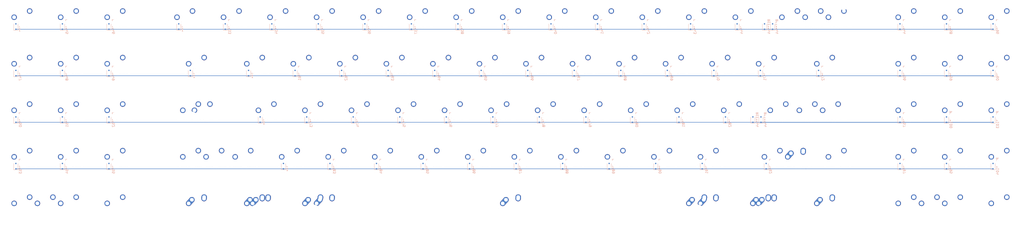
<source format=kicad_pcb>
(kicad_pcb (version 20211014) (generator pcbnew)
  (layers (0 "F.Cu" signal) (31 "B.Cu" signal) (34 "B.Paste" user) (35 "F.Paste" user) (36 "B.SilkS" user "B.Silkscreen") (37 "F.SilkS" user "F.Silkscreen") (38 "B.Mask" user) (39 "F.Mask" user) (44 "Edge.Cuts" user))
  (net 0 "")
  (footprint "MX_Only:MXOnly-1U-NoLED" (layer "F.Cu") (at 48.895 47.625)
    (fp_text reference "REF**18")
    (fp_text value "1U")
  )
  (footprint "MX_Only:MXOnly-2U-NoLED" (layer "F.Cu") (at 353.695 28.575)
    (fp_text reference "REF**")
    (fp_text value "2U")
  )
  (footprint "MX_Only:MXOnly-1U-NoLED" (layer "F.Cu") (at 391.795 104.775)
    (fp_text reference "REF**21")
    (fp_text value "1U")
  )
  (footprint "MX_Alps:MX-1U-NoLED" (layer "F.Cu") (at 125.095 104.775)
    (fp_text reference "MX_LGUI2")
    (fp_text value "MX-1U")
  )
  (footprint "MX_Only:MXOnly-1U-NoLED" (layer "F.Cu") (at 410.845 28.575)
    (fp_text reference "REF**")
    (fp_text value "1U")
  )
  (footprint "MX_Only:MXOnly-1U-NoLED" (layer "F.Cu") (at 67.945 66.675)
    (fp_text reference "REF**20")
    (fp_text value "1U")
  )
  (footprint "MX_Only:MXOnly-1U-NoLED" (layer "F.Cu") (at 244.1575 66.675)
    (fp_text reference "REF**7")
    (fp_text value "1U")
  )
  (footprint "MX_Only:MXOnly-1U-NoLED" (layer "F.Cu") (at 129.8575 66.675)
    (fp_text reference "REF**1")
    (fp_text value "1U")
  )
  (footprint "MX_Only:MXOnly-2.25U-ReversedStabilizers-NoLED" (layer "F.Cu") (at 351.31375 66.675)
    (fp_text reference "REF**")
    (fp_text value "1U")
  )
  (footprint "MX_Only:MXOnly-1U-NoLED" (layer "F.Cu") (at 67.945 85.725)
    (fp_text reference "REF**23")
    (fp_text value "1U")
  )
  (footprint "MX_Only:MXOnly-1U-NoLED" (layer "F.Cu") (at 320.3575 66.675)
    (fp_text reference "REF**11")
    (fp_text value "1U")
  )
  (footprint "MX_Only:MXOnly-1U-NoLED" (layer "F.Cu") (at 429.895 85.725)
    (fp_text reference "REF**102")
    (fp_text value "1U")
  )
  (footprint "MX_Only:MXOnly-1U-NoLED" (layer "F.Cu") (at 187.0075 66.675)
    (fp_text reference "REF**4")
    (fp_text value "1U")
  )
  (footprint "MX_Only:MXOnly-1U-NoLED" (layer "F.Cu") (at 410.845 66.675)
    (fp_text reference "REF**99")
    (fp_text value "1U")
  )
  (footprint "MX_Only:MXOnly-1U-NoLED" (layer "F.Cu") (at 248.92 28.575)
    (fp_text reference "REF**8")
    (fp_text value "1U")
  )
  (footprint "MX_Alps:MX-1.5U-NoLED" (layer "F.Cu") (at 101.2825 104.775)
    (fp_text reference "MX_LCTRL2")
    (fp_text value "MX-1.5U")
  )
  (footprint "MX_Alps:MX-1U-NoLED" (layer "F.Cu") (at 127.47625 104.775)
    (fp_text reference "MX_LGUI3")
    (fp_text value "MX-1U")
  )
  (footprint "MX_Only:MXOnly-1U-NoLED" (layer "F.Cu") (at 287.02 28.575)
    (fp_text reference "REF**10")
    (fp_text value "1U")
  )
  (footprint "MX_Alps:MX-1.5U-NoLED" (layer "F.Cu") (at 153.67 104.775)
    (fp_text reference "MX_LALT3")
    (fp_text value "MX-1.5U")
  )
  (footprint "MX_Only:MXOnly-1U-NoLED" (layer "F.Cu") (at 363.22 85.725)
    (fp_text reference "REF**10")
    (fp_text value "1U")
  )
  (footprint "MX_Only:MXOnly-1U-NoLED" (layer "F.Cu") (at 410.845 85.725)
    (fp_text reference "REF**21")
    (fp_text value "1U")
  )
  (footprint "MX_Only:MXOnly-2U-ReversedStabilizers-NoLED" (layer "F.Cu") (at 39.37 104.775)
    (fp_text reference "REF**")
    (fp_text value "2U")
  )
  (footprint "MX_Only:MXOnly-2.25U-NoLED" (layer "F.Cu") (at 108.42625 85.725)
    (fp_text reference "REF**")
    (fp_text value "1U")
  )
  (footprint "MX_Only:MXOnly-1U-NoLED" (layer "F.Cu") (at 391.795 66.675)
    (fp_text reference "REF**32")
    (fp_text value "1U")
  )
  (footprint "MX_Only:MXOnly-1.5U-NoLED" (layer "F.Cu") (at 101.2825 47.625)
    (fp_text reference "REF**")
    (fp_text value "1U")
  )
  (footprint "MX_Only:MXOnly-1U-NoLED" (layer "F.Cu") (at 258.445 47.625)
    (fp_text reference "REF**8")
    (fp_text value "1U")
  )
  (footprint "MX_Only:MXOnly-1U-NoLED" (layer "F.Cu") (at 29.845 104.775)
    (fp_text reference "REF**28")
    (fp_text value "1U")
  )
  (footprint "MX_Only:MXOnly-1U-NoLED" (layer "F.Cu") (at 177.4825 85.725)
    (fp_text reference "REF**3")
    (fp_text value "1U")
  )
  (footprint "MX_Only:MXOnly-1.5U-NoLED" (layer "F.Cu") (at 358.4575 47.625)
    (fp_text reference "REF**13")
    (fp_text value "1U")
  )
  (footprint "MX_Only:MXOnly-1U-NoLED" (layer "F.Cu") (at 391.795 47.625)
    (fp_text reference "REF**18")
    (fp_text value "1U")
  )
  (footprint "MX_Only:MXOnly-2U-ReversedStabilizers-NoLED" (layer "F.Cu") (at 401.32 104.775)
    (fp_text reference "REF**")
    (fp_text value "2U")
  )
  (footprint "MX_Only:MXOnly-1U-NoLED" (layer "F.Cu") (at 163.195 47.625)
    (fp_text reference "REF**3")
    (fp_text value "1U")
  )
  (footprint "MX_Only:MXOnly-1U-NoLED" (layer "F.Cu") (at 429.895 66.675)
    (fp_text reference "REF**101")
    (fp_text value "1U")
  )
  (footprint "MX_Only:MXOnly-1U-NoLED" (layer "F.Cu") (at 325.12 28.575)
    (fp_text reference "REF**12")
    (fp_text value "1U")
  )
  (footprint "MX_Only:MXOnly-1U-NoLED" (layer "F.Cu") (at 301.3075 66.675)
    (fp_text reference "REF**10")
    (fp_text value "1U")
  )
  (footprint "MX_Only:MXOnly-1U-NoLED" (layer "F.Cu") (at 201.295 47.625)
    (fp_text reference "REF**5")
    (fp_text value "1U")
  )
  (footprint "MX_Only:MXOnly-1U-NoLED" (layer "F.Cu") (at 29.845 47.625)
    (fp_text reference "REF**19")
    (fp_text value "1U")
  )
  (footprint "MX_Only:MXOnly-1U-NoLED" (layer "F.Cu") (at 210.82 28.575)
    (fp_text reference "REF**6")
    (fp_text value "1U")
  )
  (footprint "MX_Only:MXOnly-1U-NoLED" (layer "F.Cu") (at 182.245 47.625)
    (fp_text reference "REF**4")
    (fp_text value "1U")
  )
  (footprint "MX_Only:MXOnly-1U-NoLED" (layer "F.Cu") (at 339.4075 66.675)
    (fp_text reference "REF**11")
    (fp_text value "1U")
  )
  (footprint "MX_Only:MXOnly-1U-NoLED" (layer "F.Cu") (at 296.545 47.625)
    (fp_text reference "REF**10")
    (fp_text value "1U")
  )
  (footprint "MX_Alps:MX-7U-ReversedStabilizers-NoLED" (layer "F.Cu") (at 229.87 104.775)
    (fp_text reference "MX_SP2")
    (fp_text value "MX-7U")
  )
  (footprint "MX_Alps:MX-1.5U-NoLED" (layer "F.Cu") (at 148.9075 104.775)
    (fp_text reference "MX_LALT2")
    (fp_text value "MX-1.5U")
  )
  (footprint "MX_Alps:MX-1.5U-NoLED" (layer "F.Cu") (at 306.07 104.775)
    (fp_text reference "MX_RALT3")
    (fp_text value "MX-1.5U")
  )
  (footprint "MX_Only:MXOnly-1U-NoLED" (layer "F.Cu") (at 334.645 47.625)
    (fp_text reference "REF**12")
    (fp_text value "1U")
  )
  (footprint "MX_Only:MXOnly-1U-NoLED" (layer "F.Cu") (at 429.895 28.575)
    (fp_text reference "REF**29")
    (fp_text value "1U")
  )
  (footprint "MX_Only:MXOnly-1U-NoLED" (layer "F.Cu") (at 363.22 28.575)
    (fp_text reference "REF**14")
    (fp_text value "1U")
  )
  (footprint "MX_Only:MXOnly-1U-NoLED" (layer "F.Cu") (at 67.945 104.775)
    (fp_text reference "REF**26")
    (fp_text value "1U")
  )
  (footprint "MX_Alps:MX-1.5U-NoLED" (layer "F.Cu") (at 310.8325 104.775)
    (fp_text reference "MX_RALT2")
    (fp_text value "MX-1.5U")
  )
  (footprint "MX_Only:MXOnly-1U-NoLED" (layer "F.Cu") (at 234.6325 85.725)
    (fp_text reference "REF**6")
    (fp_text value "1U")
  )
  (footprint "MX_Only:MXOnly-1U-NoLED" (layer "F.Cu") (at 48.895 104.775)
    (fp_text reference "REF**27")
    (fp_text value "1U")
  )
  (footprint "MX_Only:MXOnly-1U-NoLED" (layer "F.Cu") (at 267.97 28.575)
    (fp_text reference "REF**9")
    (fp_text value "1U")
  )
  (footprint "MX_Only:MXOnly-1U-NoLED" (layer "F.Cu") (at 220.345 47.625)
    (fp_text reference "REF**6")
    (fp_text value "1U")
  )
  (footprint "MX_Only:MXOnly-1U-NoLED" (layer "F.Cu") (at 134.62 28.575)
    (fp_text reference "REF**2")
    (fp_text value "1U")
  )
  (footprint "MX_Only:MXOnly-1U-NoLED" (layer "F.Cu") (at 239.395 47.625)
    (fp_text reference "REF**7")
    (fp_text value "1U")
  )
  (footprint "MX_Alps:MX-1U-NoLED" (layer "F.Cu") (at 334.645 104.775)
    (fp_text reference "MX_RGUI2")
    (fp_text value "MX-1U")
  )
  (footprint "MX_Only:MXOnly-1U-NoLED" (layer "F.Cu") (at 29.845 85.725)
    (fp_text reference "REF**25")
    (fp_text value "1U")
  )
  (footprint "MX_Only:MXOnly-1U-NoLED" (layer "F.Cu") (at 253.6825 85.725)
    (fp_text reference "REF**7")
    (fp_text value "1U")
  )
  (footprint "MX_Only:MXOnly-1U-NoLED" (layer "F.Cu") (at 410.845 47.625)
    (fp_text reference "REF**17")
    (fp_text value "1U")
  )
  (footprint "MX_Only:MXOnly-1U-NoLED" (layer "F.Cu") (at 291.7825 85.725)
    (fp_text reference "REF**9")
    (fp_text value "1U")
  )
  (footprint "MX_Only:MXOnly-1U-NoLED" (layer "F.Cu") (at 29.845 66.675)
    (fp_text reference "REF**22")
    (fp_text value "1U")
  )
  (footprint "MX_Only:MXOnly-1U-NoLED" (layer "F.Cu") (at 206.0575 66.675)
    (fp_text reference "REF**5")
    (fp_text value "1U")
  )
  (footprint "MX_Only:MXOnly-1U-NoLED" (layer "F.Cu") (at 191.77 28.575)
    (fp_text reference "REF**5")
    (fp_text value "1U")
  )
  (footprint "MX_Only:MXOnly-1U-NoLED" (layer "F.Cu") (at 153.67 28.575)
    (fp_text reference "REF**3")
    (fp_text value "1U")
  )
  (footprint "MX_Only:MXOnly-1U-NoLED" (layer "F.Cu") (at 306.07 28.575)
    (fp_text reference "REF**11")
    (fp_text value "1U")
  )
  (footprint "MX_Only:MXOnly-1U-NoLED" (layer "F.Cu") (at 125.095 47.625)
    (fp_text reference "REF**1")
    (fp_text value "1U")
  )
  (footprint "MX_Only:MXOnly-1U-NoLED" (layer "F.Cu") (at 139.3825 85.725)
    (fp_text reference "REF**1")
    (fp_text value "1U")
  )
  (footprint "MX_Only:MXOnly-1.75U-NoLED" (layer "F.Cu") (at 337.01355 85.725)
    (fp_text reference "REF**")
    (fp_text value "1U")
  )
  (footprint "MX_Only:MXOnly-1U-NoLED" (layer "F.Cu") (at 148.9075 66.675)
    (fp_text reference "REF**2")
    (fp_text value "1U")
  )
  (footprint "MX_Only:MXOnly-1.25U-NoLED" (layer "F.Cu") (at 98.90125 66.675)
    (fp_text reference "REF**")
    (fp_text value "1U")
  )
  (footprint "MX_Only:MXOnly-1U-NoLED" (layer "F.Cu") (at 277.495 47.625)
    (fp_text reference "REF**9")
    (fp_text value "1U")
  )
  (footprint "MX_Only:MXOnly-1U-NoLED" (layer "F.Cu") (at 196.5325 85.725)
    (fp_text reference "REF**4")
    (fp_text value "1U")
  )
  (footprint "MX_Only:MXOnly-1U-NoLED" (layer "F.Cu") (at 410.845 104.775)
    (fp_text reference "REF**21")
    (fp_text value "1U")
  )
  (footprint "MX_Only:MXOnly-1U-NoLED" (layer "F.Cu") (at 48.895 85.725)
    (fp_text reference "REF**24")
    (fp_text value "1U")
  )
  (footprint "MX_Alps:MX-1.5U-NoLED" (layer "F.Cu") (at 358.4575 104.775)
    (fp_text reference "MX_RCTRL2")
    (fp_text value "MX-1.5U")
  )
  (footprint "MX_Alps:MX-2.75U-ReversedStabilizers-NoLED" (layer "F.Cu") (at 346.55125 85.725)
    (fp_text reference "REF**")
    (fp_text value "2.75U")
  )
  (footprint "MX_Only:MXOnly-1U-NoLED" (layer "F.Cu") (at 67.945 28.575)
    (fp_text reference "REF**")
    (fp_text value "1U")
  )
  (footprint "MX_Only:MXOnly-1U-NoLED" (layer "F.Cu") (at 158.4325 85.725)
    (fp_text reference "REF**2")
    (fp_text value "1U")
  )
  (footprint "MX_Only:MXOnly-1U-NoLED" (layer "F.Cu") (at 215.5825 85.725)
    (fp_text reference "REF**5")
    (fp_text value "1U")
  )
  (footprint "MX_Only:MXOnly-1U-NoLED" (layer "F.Cu") (at 115.57 28.575)
    (fp_text reference "REF**1")
    (fp_text value "1U")
  )
  (footprint "MX_Only:MXOnly-1U-NoLED" (layer "F.Cu") (at 144.145 47.625)
    (fp_text reference "REF**2")
    (fp_text value "1U")
  )
  (footprint "MX_Only:MXOnly-1U-NoLED" (layer "F.Cu") (at 429.895 47.625)
    (fp_text reference "REF**31")
    (fp_text value "1U")
  )
  (footprint "MX_Alps:MX-1U-NoLED" (layer "F.Cu") (at 332.26375 104.775)
    (fp_text reference "MX_RGUI3")
    (fp_text value "MX-1U")
  )
  (footprint "MX_Only:MXOnly-1.25U-NoLED" (layer "F.Cu") (at 98.90125 85.725)
    (fp_text reference "REF**30")
    (fp_text value "1U")
  )
  (footprint "MX_Only:MXOnly-1U-NoLED" (layer "F.Cu") (at 429.895 104.775)
    (fp_text reference "REF**21")
    (fp_text value "1U")
  )
  (footprint "MX_Only:MXOnly-1U-NoLED" (layer "F.Cu") (at 225.1075 66.675)
    (fp_text reference "REF**6")
    (fp_text value "1U")
  )
  (footprint "MX_Alps:MX-6.5U-ReversedStabilizers-NoLED" (layer "F.Cu") (at 229.87 104.775)
    (fp_text reference "MX_SP3")
    (fp_text value "MX-7U")
  )
  (footprint "MX_Only:MXOnly-1U-NoLED" (layer "F.Cu") (at 96.52 28.575)
    (fp_text reference "REF**")
    (fp_text value "1U")
  )
  (footprint "MX_Only:MXOnly-1U-NoLED" (layer "F.Cu") (at 48.895 66.675)
    (fp_text reference "REF**21")
    (fp_text value "1U")
  )
  (footprint "MX_Only:MXOnly-1.25U-NoLED" (layer "F.Cu") (at 360.83875 66.675)
    (fp_text reference "REF**30")
    (fp_text value "1U")
  )
  (footprint "MX_Only:MXOnly-1U-NoLED" (layer "F.Cu") (at 263.2075 66.675)
    (fp_text reference "REF**8")
    (fp_text value "1U")
  )
  (footprint "MX_Only:MXOnly-1U-NoLED" (layer "F.Cu") (at 315.595 47.625)
    (fp_text reference "REF**11")
    (fp_text value "1U")
  )
  (footprint "MX_Only:MXOnly-1U-NoLED" (layer "F.Cu") (at 172.72 28.575)
    (fp_text reference "REF**4")
    (fp_text value "1U")
  )
  (footprint "MX_Only:MXOnly-1U-NoLED" (layer "F.Cu") (at 391.795 85.725)
    (fp_text reference "REF**98")
    (fp_text value "1U")
  )
  (footprint "MX_Only:MXOnly-1U-NoLED" (layer "F.Cu") (at 48.895 28.575)
    (fp_text reference "REF**15")
    (fp_text value "1U")
  )
  (footprint "MX_Only:MXOnly-1U-NoLED" (layer "F.Cu") (at 29.845 28.575)
    (fp_text reference "REF**16")
    (fp_text value "1U")
  )
  (footprint "MX_Only:MXOnly-1U-NoLED" (layer "F.Cu") (at 310.8325 85.725)
    (fp_text reference "REF**10")
    (fp_text value "1U")
  )
  (footprint "MX_Only:MXOnly-1U-NoLED" (layer "F.Cu") (at 120.3325 85.725)
    (fp_text reference "REF**11")
    (fp_text value "1U")
  )
  (footprint "MX_Only:MXOnly-1U-NoLED" (layer "F.Cu") (at 391.795 28.575)
    (fp_text reference "REF**15")
    (fp_text value "1U")
  )
  (footprint "MX_Only:MXOnly-1U-NoLED" (layer "F.Cu") (at 272.7325 85.725)
    (fp_text reference "REF**8")
    (fp_text value "1U")
  )
  (footprint "MX_Only:MXOnly-1U-NoLED" (layer "F.Cu") (at 167.9575 66.675)
    (fp_text reference "REF**3")
    (fp_text value "1U")
  )
  (footprint "MX_Only:MXOnly-1U-NoLED" (layer "F.Cu") (at 282.2575 66.675)
    (fp_text reference "REF**9")
    (fp_text value "1U")
  )
  (footprint "MX_Only:MXOnly-1U-NoLED" (layer "F.Cu") (at 344.17 28.575)
    (fp_text reference "REF**13")
    (fp_text value "1U")
  )
  (footprint "MX_Only:MXOnly-1U-NoLED" (layer "F.Cu") (at 67.945 47.625)
    (fp_text reference "REF**17")
    (fp_text value "1U")
  )
  (footprint "MX_Only:MXOnly-1U-NoLED" (layer "F.Cu") (at 229.87 28.575)
    (fp_text reference "REF**7")
    (fp_text value "1U")
  )
  (footprint "MX_Only:MXOnly-1.75U-NoLED" (layer "F.Cu") (at 103.66375 66.675)
    (fp_text reference "REF**")
    (fp_text value "1U")
  )
  (footprint "Diode_SMD:D_SOD-323F" (layer "B.Cu") (at 141.0462 48.895 90)
    (fp_text reference "REF**61")
    (fp_text value "D_SOD-323F")
  )
  (footprint "Diode_SMD:D_SOD-323F" (layer "B.Cu") (at 331.7875 67.945 90)
    (fp_text reference "REF**44")
    (fp_text value "D_SOD-323F")
  )
  (footprint "Diode_SMD:D_SOD-323F" (layer "B.Cu") (at 426.7962 86.995 90)
    (fp_text reference "REF**104")
    (fp_text value "D_SOD-323F")
  )
  (footprint "Diode_SMD:D_SOD-323F" (layer "B.Cu") (at 336.55 29.845 90)
    (fp_text reference "REF**44")
    (fp_text value "D_SOD-323F")
  )
  (footprint "Diode_SMD:D_SOD-323F" (layer "B.Cu") (at 222.0087 67.945 90)
    (fp_text reference "REF**77")
    (fp_text value "D_SOD-323F")
  )
  (footprint "Diode_SMD:D_SOD-323F" (layer "B.Cu") (at 26.7462 86.995 90)
    (fp_text reference "REF**53")
    (fp_text value "D_SOD-323F")
  )
  (footprint "Diode_SMD:D_SOD-323F" (layer "B.Cu") (at 333.91475 86.995 90)
    (fp_text reference "REF**92")
    (fp_text value "D_SOD-323F")
  )
  (footprint "Diode_SMD:D_SOD-323F" (layer "B.Cu") (at 155.3337 86.995 90)
    (fp_text reference "REF**83")
    (fp_text value "D_SOD-323F")
  )
  (footprint "Diode_SMD:D_SOD-323F" (layer "B.Cu") (at 121.9962 48.895 90)
    (fp_text reference "REF**")
    (fp_text value "D_SOD-323F")
  )
  (footprint "Diode_SMD:D_SOD-323F" (layer "B.Cu") (at 64.8462 67.945 90)
    (fp_text reference "REF**52")
    (fp_text value "D_SOD-323F")
  )
  (footprint "Diode_SMD:D_SOD-323F" (layer "B.Cu") (at 136.2837 86.995 90)
    (fp_text reference "REF**")
    (fp_text value "D_SOD-323F")
  )
  (footprint "Diode_SMD:D_SOD-323F" (layer "B.Cu") (at 307.7337 86.995 90)
    (fp_text reference "REF**91")
    (fp_text value "D_SOD-323F")
  )
  (footprint "Diode_SMD:D_SOD-323F" (layer "B.Cu") (at 407.7462 67.945 90)
    (fp_text reference "REF**100")
    (fp_text value "D_SOD-323F")
  )
  (footprint "Diode_SMD:D_SOD-323F" (layer "B.Cu") (at 312.4962 48.895 90)
    (fp_text reference "REF**70")
    (fp_text value "D_SOD-323F")
  )
  (footprint "Diode_SMD:D_SOD-323F" (layer "B.Cu") (at 179.1462 48.895 90)
    (fp_text reference "REF**63")
    (fp_text value "D_SOD-323F")
  )
  (footprint "Diode_SMD:D_SOD-323F" (layer "B.Cu") (at 388.6962 48.895 90)
    (fp_text reference "REF**56")
    (fp_text value "D_SOD-323F")
  )
  (footprint "Diode_SMD:D_SOD-323F" (layer "B.Cu") (at 64.8462 48.895 90)
    (fp_text reference "REF**49")
    (fp_text value "D_SOD-323F")
  )
  (footprint "Diode_SMD:D_SOD-323F" (layer "B.Cu") (at 255.3462 48.895 90)
    (fp_text reference "REF**67")
    (fp_text value "D_SOD-323F")
  )
  (footprint "Diode_SMD:D_SOD-323F" (layer "B.Cu") (at 388.6962 86.995 90)
    (fp_text reference "REF**97")
    (fp_text value "D_SOD-323F")
  )
  (footprint "Diode_SMD:D_SOD-323F" (layer "B.Cu") (at 293.4462 48.895 90)
    (fp_text reference "REF**69")
    (fp_text value "D_SOD-323F")
  )
  (footprint "Diode_SMD:D_SOD-323F" (layer "B.Cu") (at 231.5337 86.995 90)
    (fp_text reference "REF**87")
    (fp_text value "D_SOD-323F")
  )
  (footprint "Diode_SMD:D_SOD-323F" (layer "B.Cu") (at 212.4837 86.995 90)
    (fp_text reference "REF**86")
    (fp_text value "D_SOD-323F")
  )
  (footprint "Diode_SMD:D_SOD-323F" (layer "B.Cu") (at 64.8462 29.845 90)
    (fp_text reference "REF**46")
    (fp_text value "D_SOD-323F")
  )
  (footprint "Diode_SMD:D_SOD-323F" (layer "B.Cu") (at 426.7962 67.945 90)
    (fp_text reference "REF**103")
    (fp_text value "D_SOD-323F")
  )
  (footprint "Diode_SMD:D_SOD-323F" (layer "B.Cu") (at 226.7712 29.845 90)
    (fp_text reference "REF**39")
    (fp_text value "D_SOD-323F")
  )
  (footprint "Diode_SMD:D_SOD-323F" (layer "B.Cu") (at 93.4212 29.845 90)
    (fp_text reference "REF**")
    (fp_text value "D_SOD-323F")
  )
  (footprint "Diode_SMD:D_SOD-323F" (layer "B.Cu") (at 426.7962 29.845 90)
    (fp_text reference "REF**96")
    (fp_text value "D_SOD-323F")
  )
  (footprint "Diode_SMD:D_SOD-323F" (layer "B.Cu") (at 174.3837 86.995 90)
    (fp_text reference "REF**84")
    (fp_text value "D_SOD-323F")
  )
  (footprint "Diode_SMD:D_SOD-323F" (layer "B.Cu") (at 193.4337 86.995 90)
    (fp_text reference "REF**85")
    (fp_text value "D_SOD-323F")
  )
  (footprint "Diode_SMD:D_SOD-323F" (layer "B.Cu") (at 355.3587 48.895 90)
    (fp_text reference "REF**72")
    (fp_text value "D_SOD-323F")
  )
  (footprint "Diode_SMD:D_SOD-323F" (layer "B.Cu") (at 45.7962 86.995 90)
    (fp_text reference "REF**54")
    (fp_text value "D_SOD-323F")
  )
  (footprint "Diode_SMD:D_SOD-323F" (layer "B.Cu") (at 26.7462 29.845 90)
    (fp_text reference "REF**")
    (fp_text value "D_SOD-323F")
  )
  (footprint "Diode_SMD:D_SOD-323F" (layer "B.Cu") (at 217.2462 48.895 90)
    (fp_text reference "REF**65")
    (fp_text value "D_SOD-323F")
  )
  (footprint "Diode_SMD:D_SOD-323F" (layer "B.Cu") (at 26.7462 67.945 90)
    (fp_text reference "REF**50")
    (fp_text value "D_SOD-323F")
  )
  (footprint "Diode_SMD:D_SOD-323F" (layer "B.Cu") (at 126.7587 67.945 90)
    (fp_text reference "REF**")
    (fp_text value "D_SOD-323F")
  )
  (footprint "Diode_SMD:D_SOD-323F" (layer "B.Cu") (at 388.6962 29.845 90)
    (fp_text reference "REF**44")
    (fp_text value "D_SOD-323F")
  )
  (footprint "Diode_SMD:D_SOD-323F" (layer "B.Cu") (at 288.6837 86.995 90)
    (fp_text reference "REF**90")
    (fp_text value "D_SOD-323F")
  )
  (footprint "Diode_SMD:D_SOD-323F" (layer "B.Cu") (at 188.6712 29.845 90)
    (fp_text reference "REF**37")
    (fp_text value "D_SOD-323F")
  )
  (footprint "Diode_SMD:D_SOD-323F" (layer "B.Cu") (at 45.7962 29.845 90)
    (fp_text reference "REF**45")
    (fp_text value "D_SOD-323F")
  )
  (footprint "Diode_SMD:D_SOD-323F" (layer "B.Cu") (at 407.7462 86.995 90)
    (fp_text reference "REF**95")
    (fp_text value "D_SOD-323F")
  )
  (footprint "Diode_SMD:D_SOD-323F" (layer "B.Cu") (at 407.7462 29.845 90)
    (fp_text reference "REF**58")
    (fp_text value "D_SOD-323F")
  )
  (footprint "Diode_SMD:D_SOD-323F" (layer "B.Cu") (at 407.7462 48.895 90)
    (fp_text reference "REF**59")
    (fp_text value "D_SOD-323F")
  )
  (footprint "Diode_SMD:D_SOD-323F" (layer "B.Cu") (at 388.6962 67.945 90)
    (fp_text reference "REF**57")
    (fp_text value "D_SOD-323F")
  )
  (footprint "Diode_SMD:D_SOD-323F" (layer "B.Cu") (at 264.8712 29.845 90)
    (fp_text reference "REF**41")
    (fp_text value "D_SOD-323F")
  )
  (footprint "Diode_SMD:D_SOD-323F" (layer "B.Cu") (at 317.2587 67.945 90)
    (fp_text reference "REF**82")
    (fp_text value "D_SOD-323F")
  )
  (footprint "Diode_SMD:D_SOD-323F" (layer "B.Cu") (at 245.8212 29.845 90)
    (fp_text reference "REF**40")
    (fp_text value "D_SOD-323F")
  )
  (footprint "Diode_SMD:D_SOD-323F" (layer "B.Cu") (at 207.7212 29.845 90)
    (fp_text reference "REF**38")
    (fp_text value "D_SOD-323F")
  )
  (footprint "Diode_SMD:D_SOD-323F" (layer "B.Cu") (at 45.7962 48.895 90)
    (fp_text reference "REF**48")
    (fp_text value "D_SOD-323F")
  )
  (footprint "Diode_SMD:D_SOD-323F" (layer "B.Cu") (at 260.1087 67.945 90)
    (fp_text reference "REF**79")
    (fp_text value "D_SOD-323F")
  )
  (footprint "Diode_SMD:D_SOD-323F" (layer "B.Cu") (at 241.0587 67.945 90)
    (fp_text reference "REF**78")
    (fp_text value "D_SOD-323F")
  )
  (footprint "Diode_SMD:D_SOD-323F" (layer "B.Cu") (at 131.5212 29.845 90)
    (fp_text reference "REF**34")
    (fp_text value "D_SOD-323F")
  )
  (footprint "Diode_SMD:D_SOD-323F" (layer "B.Cu") (at 298.2087 67.945 90)
    (fp_text reference "REF**81")
    (fp_text value "D_SOD-323F")
  )
  (footprint "Diode_SMD:D_SOD-323F" (layer "B.Cu") (at 250.5837 86.995 90)
    (fp_text reference "REF**88")
    (fp_text value "D_SOD-323F")
  )
  (footprint "Diode_SMD:D_SOD-323F" (layer "B.Cu") (at 202.9587 67.945 90)
    (fp_text reference "REF**76")
    (fp_text value "D_SOD-323F")
  )
  (footprint "Diode_SMD:D_SOD-323F" (layer "B.Cu") (at 269.6337 86.995 90)
    (fp_text reference "REF**89")
    (fp_text value "D_SOD-323F")
  )
  (footprint "Diode_SMD:D_SOD-323F" (layer "B.Cu") (at 183.9087 67.945 90)
    (fp_text reference "REF**75")
    (fp_text value "D_SOD-323F")
  )
  (footprint "Diode_SMD:D_SOD-323F" (layer "B.Cu") (at 198.1962 48.895 90)
    (fp_text reference "REF**64")
    (fp_text value "D_SOD-323F")
  )
  (footprint "Diode_SMD:D_SOD-323F" (layer "B.Cu") (at 150.5712 29.845 90)
    (fp_text reference "REF**35")
    (fp_text value "D_SOD-323F")
  )
  (footprint "Diode_SMD:D_SOD-323F" (layer "B.Cu") (at 164.8587 67.945 90)
    (fp_text reference "REF**74")
    (fp_text value "D_SOD-323F")
  )
  (footprint "Diode_SMD:D_SOD-323F" (layer "B.Cu") (at 26.7462 48.895 90)
    (fp_text reference "REF**47")
    (fp_text value "D_SOD-323F")
  )
  (footprint "Diode_SMD:D_SOD-323F" (layer "B.Cu") (at 302.9712 29.845 90)
    (fp_text reference "REF**43")
    (fp_text value "D_SOD-323F")
  )
  (footprint "Diode_SMD:D_SOD-323F" (layer "B.Cu") (at 64.8462 86.995 90)
    (fp_text reference "REF**55")
    (fp_text value "D_SOD-323F")
  )
  (footprint "Diode_SMD:D_SOD-323F" (layer "B.Cu") (at 283.9212 29.845 90)
    (fp_text reference "REF**42")
    (fp_text value "D_SOD-323F")
  )
  (footprint "Diode_SMD:D_SOD-323F" (layer "B.Cu") (at 279.1587 67.945 90)
    (fp_text reference "REF**80")
    (fp_text value "D_SOD-323F")
  )
  (footprint "Diode_SMD:D_SOD-323F" (layer "B.Cu") (at 274.3962 48.895 90)
    (fp_text reference "REF**68")
    (fp_text value "D_SOD-323F")
  )
  (footprint "Diode_SMD:D_SOD-323F" (layer "B.Cu") (at 169.6212 29.845 90)
    (fp_text reference "REF**36")
    (fp_text value "D_SOD-323F")
  )
  (footprint "Diode_SMD:D_SOD-323F" (layer "B.Cu") (at 45.7962 67.945 90)
    (fp_text reference "REF**51")
    (fp_text value "D_SOD-323F")
  )
  (footprint "Diode_SMD:D_SOD-323F" (layer "B.Cu") (at 98.1837 48.895 90)
    (fp_text reference "REF**")
    (fp_text value "D_SOD-323F")
  )
  (footprint "Diode_SMD:D_SOD-323F" (layer "B.Cu") (at 160.0962 48.895 90)
    (fp_text reference "REF**62")
    (fp_text value "D_SOD-323F")
  )
  (footprint "Diode_SMD:D_SOD-323F" (layer "B.Cu") (at 112.4712 29.845 90)
    (fp_text reference "REF**33")
    (fp_text value "D_SOD-323F")
  )
  (footprint "Diode_SMD:D_SOD-323F" (layer "B.Cu") (at 328.4855 67.945 90)
    (fp_text reference "REF**44")
    (fp_text value "D_SOD-323F")
  )
  (footprint "Diode_SMD:D_SOD-323F" (layer "B.Cu") (at 331.5462 48.895 90)
    (fp_text reference "REF**71")
    (fp_text value "D_SOD-323F")
  )
  (footprint "Diode_SMD:D_SOD-323F" (layer "B.Cu") (at 426.7962 48.895 90)
    (fp_text reference "REF**60")
    (fp_text value "D_SOD-323F")
  )
  (footprint "Diode_SMD:D_SOD-323F" (layer "B.Cu") (at 322.0212 29.845 90)
    (fp_text reference "REF**44")
    (fp_text value "D_SOD-323F")
  )
  (footprint "Diode_SMD:D_SOD-323F" (layer "B.Cu") (at 333.248 29.845 90)
    (fp_text reference "REF**44")
    (fp_text value "D_SOD-323F")
  )
  (footprint "Diode_SMD:D_SOD-323F" (layer "B.Cu") (at 145.8087 67.945 90)
    (fp_text reference "REF**73")
    (fp_text value "D_SOD-323F")
  )
  (footprint "Diode_SMD:D_SOD-323F" (layer "B.Cu") (at 236.2962 48.895 90)
    (fp_text reference "REF**66")
    (fp_text value "D_SOD-323F")
  )
  (segment (start 407.7462 49.995) (end 426.7962 49.995) (width 0.25) (layer "B.Cu") (net 0))
  (segment (start 333.91475 88.095) (end 350.171907 88.095) (width 0.2) (layer "B.Cu") (net 0))
  (segment (start 388.6962 30.945) (end 407.7462 30.945) (width 0.2) (layer "B.Cu") (net 0))
  (segment (start 426.7962 88.095) (end 350.171907 88.095) (width 0.2) (layer "B.Cu") (net 0))
  (segment (start 333.91475 88.095) (end 136.2837 88.095) (width 0.2) (layer "B.Cu") (net 0))
  (segment (start 26.7462 69.045) (end 126.7587 69.045) (width 0.2) (layer "B.Cu") (net 0))
  (segment (start 355.3587 49.995) (end 388.6962 49.995) (width 0.2) (layer "B.Cu") (net 0))
  (segment (start 355.3587 49.995) (end 98.1837 49.995) (width 0.2) (layer "B.Cu") (net 0))
  (segment (start 331.7875 69.045) (end 426.7962 69.045) (width 0.25) (layer "B.Cu") (net 0))
  (segment (start 26.7462 88.095) (end 136.2837 88.095) (width 0.2) (layer "B.Cu") (net 0))
  (segment (start 93.4212 30.945) (end 336.55 30.945) (width 0.2) (layer "B.Cu") (net 0))
  (segment (start 388.6962 30.945) (end 336.55 30.945) (width 0.2) (layer "B.Cu") (net 0))
  (segment (start 98.1837 49.995) (end 26.7462 49.995) (width 0.2) (layer "B.Cu") (net 0))
  (segment (start 388.6962 49.995) (end 407.7462 49.995) (width 0.2) (layer "B.Cu") (net 0))
  (segment (start 26.7462 30.945) (end 93.4212 30.945) (width 0.2) (layer "B.Cu") (net 0))
  (segment (start 126.7587 69.045) (end 331.7875 69.045) (width 0.2) (layer "B.Cu") (net 0))
  (segment (start 407.7462 30.945) (end 426.7962 30.945) (width 0.25) (layer "B.Cu") (net 0))
)
</source>
